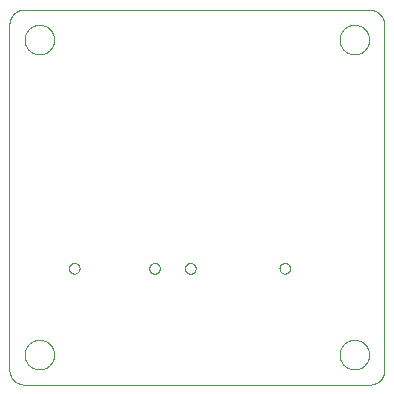
<source format=gko>
G75*
%MOIN*%
%OFA0B0*%
%FSLAX25Y25*%
%IPPOS*%
%LPD*%
%AMOC8*
5,1,8,0,0,1.08239X$1,22.5*
%
%ADD10C,0.00000*%
D10*
X0016500Y0038333D02*
X0131500Y0038333D01*
X0131500Y0038334D02*
X0131638Y0038331D01*
X0131777Y0038332D01*
X0131915Y0038338D01*
X0132053Y0038347D01*
X0132191Y0038361D01*
X0132328Y0038378D01*
X0132465Y0038399D01*
X0132601Y0038424D01*
X0132736Y0038453D01*
X0132871Y0038486D01*
X0133004Y0038522D01*
X0133136Y0038563D01*
X0133268Y0038607D01*
X0133398Y0038655D01*
X0133526Y0038706D01*
X0133653Y0038762D01*
X0133778Y0038820D01*
X0133902Y0038883D01*
X0134023Y0038949D01*
X0134143Y0039018D01*
X0134261Y0039091D01*
X0134377Y0039167D01*
X0134490Y0039246D01*
X0134601Y0039329D01*
X0134710Y0039414D01*
X0134816Y0039503D01*
X0134920Y0039595D01*
X0135021Y0039689D01*
X0135119Y0039787D01*
X0135214Y0039887D01*
X0135307Y0039990D01*
X0135396Y0040096D01*
X0135483Y0040204D01*
X0135566Y0040314D01*
X0135646Y0040427D01*
X0135723Y0040542D01*
X0135797Y0040659D01*
X0135867Y0040779D01*
X0135934Y0040900D01*
X0135997Y0041023D01*
X0136057Y0041148D01*
X0136113Y0041274D01*
X0136165Y0041402D01*
X0136214Y0041532D01*
X0136259Y0041663D01*
X0136301Y0041795D01*
X0136338Y0041928D01*
X0136372Y0042062D01*
X0136402Y0042197D01*
X0136428Y0042333D01*
X0136450Y0042470D01*
X0136468Y0042607D01*
X0136483Y0042745D01*
X0136493Y0042883D01*
X0136499Y0043021D01*
X0136500Y0043021D02*
X0136500Y0158021D01*
X0136501Y0158021D02*
X0136503Y0158163D01*
X0136501Y0158305D01*
X0136496Y0158447D01*
X0136487Y0158589D01*
X0136473Y0158731D01*
X0136456Y0158872D01*
X0136435Y0159012D01*
X0136410Y0159152D01*
X0136381Y0159291D01*
X0136349Y0159430D01*
X0136312Y0159567D01*
X0136272Y0159704D01*
X0136228Y0159839D01*
X0136180Y0159973D01*
X0136129Y0160105D01*
X0136074Y0160236D01*
X0136016Y0160366D01*
X0135953Y0160494D01*
X0135888Y0160620D01*
X0135819Y0160744D01*
X0135746Y0160867D01*
X0135671Y0160987D01*
X0135592Y0161105D01*
X0135509Y0161221D01*
X0135424Y0161335D01*
X0135335Y0161446D01*
X0135244Y0161555D01*
X0135149Y0161661D01*
X0135052Y0161764D01*
X0134951Y0161865D01*
X0134848Y0161963D01*
X0134743Y0162058D01*
X0134635Y0162150D01*
X0134524Y0162239D01*
X0134411Y0162326D01*
X0134295Y0162408D01*
X0134178Y0162488D01*
X0134058Y0162565D01*
X0133936Y0162638D01*
X0133812Y0162707D01*
X0133686Y0162774D01*
X0133558Y0162837D01*
X0133429Y0162896D01*
X0133298Y0162951D01*
X0133166Y0163003D01*
X0133032Y0163052D01*
X0132898Y0163097D01*
X0132761Y0163137D01*
X0132624Y0163175D01*
X0132486Y0163208D01*
X0132347Y0163238D01*
X0132207Y0163263D01*
X0132067Y0163285D01*
X0131926Y0163303D01*
X0131784Y0163317D01*
X0131642Y0163327D01*
X0131500Y0163334D01*
X0131500Y0163333D02*
X0016500Y0163333D01*
X0016360Y0163331D01*
X0016220Y0163325D01*
X0016080Y0163315D01*
X0015940Y0163302D01*
X0015801Y0163284D01*
X0015662Y0163262D01*
X0015525Y0163237D01*
X0015387Y0163208D01*
X0015251Y0163175D01*
X0015116Y0163138D01*
X0014982Y0163097D01*
X0014849Y0163052D01*
X0014717Y0163004D01*
X0014587Y0162952D01*
X0014458Y0162897D01*
X0014331Y0162838D01*
X0014205Y0162775D01*
X0014081Y0162709D01*
X0013960Y0162640D01*
X0013840Y0162567D01*
X0013722Y0162490D01*
X0013607Y0162411D01*
X0013493Y0162328D01*
X0013383Y0162242D01*
X0013274Y0162153D01*
X0013168Y0162061D01*
X0013065Y0161966D01*
X0012964Y0161869D01*
X0012867Y0161768D01*
X0012772Y0161665D01*
X0012680Y0161559D01*
X0012591Y0161450D01*
X0012505Y0161340D01*
X0012422Y0161226D01*
X0012343Y0161111D01*
X0012266Y0160993D01*
X0012193Y0160873D01*
X0012124Y0160752D01*
X0012058Y0160628D01*
X0011995Y0160502D01*
X0011936Y0160375D01*
X0011881Y0160246D01*
X0011829Y0160116D01*
X0011781Y0159984D01*
X0011736Y0159851D01*
X0011695Y0159717D01*
X0011658Y0159582D01*
X0011625Y0159446D01*
X0011596Y0159308D01*
X0011571Y0159171D01*
X0011549Y0159032D01*
X0011531Y0158893D01*
X0011518Y0158753D01*
X0011508Y0158613D01*
X0011502Y0158473D01*
X0011500Y0158333D01*
X0011500Y0043333D01*
X0011502Y0043193D01*
X0011508Y0043053D01*
X0011518Y0042913D01*
X0011531Y0042773D01*
X0011549Y0042634D01*
X0011571Y0042495D01*
X0011596Y0042358D01*
X0011625Y0042220D01*
X0011658Y0042084D01*
X0011695Y0041949D01*
X0011736Y0041815D01*
X0011781Y0041682D01*
X0011829Y0041550D01*
X0011881Y0041420D01*
X0011936Y0041291D01*
X0011995Y0041164D01*
X0012058Y0041038D01*
X0012124Y0040914D01*
X0012193Y0040793D01*
X0012266Y0040673D01*
X0012343Y0040555D01*
X0012422Y0040440D01*
X0012505Y0040326D01*
X0012591Y0040216D01*
X0012680Y0040107D01*
X0012772Y0040001D01*
X0012867Y0039898D01*
X0012964Y0039797D01*
X0013065Y0039700D01*
X0013168Y0039605D01*
X0013274Y0039513D01*
X0013383Y0039424D01*
X0013493Y0039338D01*
X0013607Y0039255D01*
X0013722Y0039176D01*
X0013840Y0039099D01*
X0013960Y0039026D01*
X0014081Y0038957D01*
X0014205Y0038891D01*
X0014331Y0038828D01*
X0014458Y0038769D01*
X0014587Y0038714D01*
X0014717Y0038662D01*
X0014849Y0038614D01*
X0014982Y0038569D01*
X0015116Y0038528D01*
X0015251Y0038491D01*
X0015387Y0038458D01*
X0015525Y0038429D01*
X0015662Y0038404D01*
X0015801Y0038382D01*
X0015940Y0038364D01*
X0016080Y0038351D01*
X0016220Y0038341D01*
X0016360Y0038335D01*
X0016500Y0038333D01*
X0016579Y0048333D02*
X0016581Y0048473D01*
X0016587Y0048613D01*
X0016597Y0048752D01*
X0016611Y0048891D01*
X0016629Y0049030D01*
X0016650Y0049168D01*
X0016676Y0049306D01*
X0016706Y0049443D01*
X0016739Y0049578D01*
X0016777Y0049713D01*
X0016818Y0049847D01*
X0016863Y0049980D01*
X0016911Y0050111D01*
X0016964Y0050240D01*
X0017020Y0050369D01*
X0017079Y0050495D01*
X0017143Y0050620D01*
X0017209Y0050743D01*
X0017280Y0050864D01*
X0017353Y0050983D01*
X0017430Y0051100D01*
X0017511Y0051214D01*
X0017594Y0051326D01*
X0017681Y0051436D01*
X0017771Y0051544D01*
X0017863Y0051648D01*
X0017959Y0051750D01*
X0018058Y0051850D01*
X0018159Y0051946D01*
X0018263Y0052040D01*
X0018370Y0052130D01*
X0018479Y0052217D01*
X0018591Y0052302D01*
X0018705Y0052383D01*
X0018821Y0052461D01*
X0018939Y0052535D01*
X0019060Y0052606D01*
X0019182Y0052674D01*
X0019307Y0052738D01*
X0019433Y0052799D01*
X0019560Y0052856D01*
X0019690Y0052909D01*
X0019821Y0052959D01*
X0019953Y0053004D01*
X0020086Y0053047D01*
X0020221Y0053085D01*
X0020356Y0053119D01*
X0020493Y0053150D01*
X0020630Y0053177D01*
X0020768Y0053199D01*
X0020907Y0053218D01*
X0021046Y0053233D01*
X0021185Y0053244D01*
X0021325Y0053251D01*
X0021465Y0053254D01*
X0021605Y0053253D01*
X0021745Y0053248D01*
X0021884Y0053239D01*
X0022024Y0053226D01*
X0022163Y0053209D01*
X0022301Y0053188D01*
X0022439Y0053164D01*
X0022576Y0053135D01*
X0022712Y0053103D01*
X0022847Y0053066D01*
X0022981Y0053026D01*
X0023114Y0052982D01*
X0023245Y0052934D01*
X0023375Y0052883D01*
X0023504Y0052828D01*
X0023631Y0052769D01*
X0023756Y0052706D01*
X0023879Y0052641D01*
X0024001Y0052571D01*
X0024120Y0052498D01*
X0024238Y0052422D01*
X0024353Y0052343D01*
X0024466Y0052260D01*
X0024576Y0052174D01*
X0024684Y0052085D01*
X0024789Y0051993D01*
X0024892Y0051898D01*
X0024992Y0051800D01*
X0025089Y0051700D01*
X0025183Y0051596D01*
X0025275Y0051490D01*
X0025363Y0051382D01*
X0025448Y0051271D01*
X0025530Y0051157D01*
X0025609Y0051041D01*
X0025684Y0050924D01*
X0025756Y0050804D01*
X0025824Y0050682D01*
X0025889Y0050558D01*
X0025951Y0050432D01*
X0026009Y0050305D01*
X0026063Y0050176D01*
X0026114Y0050045D01*
X0026160Y0049913D01*
X0026203Y0049780D01*
X0026243Y0049646D01*
X0026278Y0049511D01*
X0026310Y0049374D01*
X0026337Y0049237D01*
X0026361Y0049099D01*
X0026381Y0048961D01*
X0026397Y0048822D01*
X0026409Y0048682D01*
X0026417Y0048543D01*
X0026421Y0048403D01*
X0026421Y0048263D01*
X0026417Y0048123D01*
X0026409Y0047984D01*
X0026397Y0047844D01*
X0026381Y0047705D01*
X0026361Y0047567D01*
X0026337Y0047429D01*
X0026310Y0047292D01*
X0026278Y0047155D01*
X0026243Y0047020D01*
X0026203Y0046886D01*
X0026160Y0046753D01*
X0026114Y0046621D01*
X0026063Y0046490D01*
X0026009Y0046361D01*
X0025951Y0046234D01*
X0025889Y0046108D01*
X0025824Y0045984D01*
X0025756Y0045862D01*
X0025684Y0045742D01*
X0025609Y0045625D01*
X0025530Y0045509D01*
X0025448Y0045395D01*
X0025363Y0045284D01*
X0025275Y0045176D01*
X0025183Y0045070D01*
X0025089Y0044966D01*
X0024992Y0044866D01*
X0024892Y0044768D01*
X0024789Y0044673D01*
X0024684Y0044581D01*
X0024576Y0044492D01*
X0024466Y0044406D01*
X0024353Y0044323D01*
X0024238Y0044244D01*
X0024120Y0044168D01*
X0024001Y0044095D01*
X0023879Y0044025D01*
X0023756Y0043960D01*
X0023631Y0043897D01*
X0023504Y0043838D01*
X0023375Y0043783D01*
X0023245Y0043732D01*
X0023114Y0043684D01*
X0022981Y0043640D01*
X0022847Y0043600D01*
X0022712Y0043563D01*
X0022576Y0043531D01*
X0022439Y0043502D01*
X0022301Y0043478D01*
X0022163Y0043457D01*
X0022024Y0043440D01*
X0021884Y0043427D01*
X0021745Y0043418D01*
X0021605Y0043413D01*
X0021465Y0043412D01*
X0021325Y0043415D01*
X0021185Y0043422D01*
X0021046Y0043433D01*
X0020907Y0043448D01*
X0020768Y0043467D01*
X0020630Y0043489D01*
X0020493Y0043516D01*
X0020356Y0043547D01*
X0020221Y0043581D01*
X0020086Y0043619D01*
X0019953Y0043662D01*
X0019821Y0043707D01*
X0019690Y0043757D01*
X0019560Y0043810D01*
X0019433Y0043867D01*
X0019307Y0043928D01*
X0019182Y0043992D01*
X0019060Y0044060D01*
X0018939Y0044131D01*
X0018821Y0044205D01*
X0018705Y0044283D01*
X0018591Y0044364D01*
X0018479Y0044449D01*
X0018370Y0044536D01*
X0018263Y0044626D01*
X0018159Y0044720D01*
X0018058Y0044816D01*
X0017959Y0044916D01*
X0017863Y0045018D01*
X0017771Y0045122D01*
X0017681Y0045230D01*
X0017594Y0045340D01*
X0017511Y0045452D01*
X0017430Y0045566D01*
X0017353Y0045683D01*
X0017280Y0045802D01*
X0017209Y0045923D01*
X0017143Y0046046D01*
X0017079Y0046171D01*
X0017020Y0046297D01*
X0016964Y0046426D01*
X0016911Y0046555D01*
X0016863Y0046686D01*
X0016818Y0046819D01*
X0016777Y0046953D01*
X0016739Y0047088D01*
X0016706Y0047223D01*
X0016676Y0047360D01*
X0016650Y0047498D01*
X0016629Y0047636D01*
X0016611Y0047775D01*
X0016597Y0047914D01*
X0016587Y0048053D01*
X0016581Y0048193D01*
X0016579Y0048333D01*
X0031342Y0077083D02*
X0031344Y0077167D01*
X0031350Y0077250D01*
X0031360Y0077333D01*
X0031374Y0077416D01*
X0031391Y0077498D01*
X0031413Y0077579D01*
X0031438Y0077658D01*
X0031467Y0077737D01*
X0031500Y0077814D01*
X0031536Y0077889D01*
X0031576Y0077963D01*
X0031619Y0078035D01*
X0031666Y0078104D01*
X0031716Y0078171D01*
X0031769Y0078236D01*
X0031825Y0078298D01*
X0031883Y0078358D01*
X0031945Y0078415D01*
X0032009Y0078468D01*
X0032076Y0078519D01*
X0032145Y0078566D01*
X0032216Y0078611D01*
X0032289Y0078651D01*
X0032364Y0078688D01*
X0032441Y0078722D01*
X0032519Y0078752D01*
X0032598Y0078778D01*
X0032679Y0078801D01*
X0032761Y0078819D01*
X0032843Y0078834D01*
X0032926Y0078845D01*
X0033009Y0078852D01*
X0033093Y0078855D01*
X0033177Y0078854D01*
X0033260Y0078849D01*
X0033344Y0078840D01*
X0033426Y0078827D01*
X0033508Y0078811D01*
X0033589Y0078790D01*
X0033670Y0078766D01*
X0033748Y0078738D01*
X0033826Y0078706D01*
X0033902Y0078670D01*
X0033976Y0078631D01*
X0034048Y0078589D01*
X0034118Y0078543D01*
X0034186Y0078494D01*
X0034251Y0078442D01*
X0034314Y0078387D01*
X0034374Y0078329D01*
X0034432Y0078268D01*
X0034486Y0078204D01*
X0034538Y0078138D01*
X0034586Y0078070D01*
X0034631Y0077999D01*
X0034672Y0077926D01*
X0034711Y0077852D01*
X0034745Y0077776D01*
X0034776Y0077698D01*
X0034803Y0077619D01*
X0034827Y0077538D01*
X0034846Y0077457D01*
X0034862Y0077375D01*
X0034874Y0077292D01*
X0034882Y0077208D01*
X0034886Y0077125D01*
X0034886Y0077041D01*
X0034882Y0076958D01*
X0034874Y0076874D01*
X0034862Y0076791D01*
X0034846Y0076709D01*
X0034827Y0076628D01*
X0034803Y0076547D01*
X0034776Y0076468D01*
X0034745Y0076390D01*
X0034711Y0076314D01*
X0034672Y0076240D01*
X0034631Y0076167D01*
X0034586Y0076096D01*
X0034538Y0076028D01*
X0034486Y0075962D01*
X0034432Y0075898D01*
X0034374Y0075837D01*
X0034314Y0075779D01*
X0034251Y0075724D01*
X0034186Y0075672D01*
X0034118Y0075623D01*
X0034048Y0075577D01*
X0033976Y0075535D01*
X0033902Y0075496D01*
X0033826Y0075460D01*
X0033748Y0075428D01*
X0033670Y0075400D01*
X0033589Y0075376D01*
X0033508Y0075355D01*
X0033426Y0075339D01*
X0033344Y0075326D01*
X0033260Y0075317D01*
X0033177Y0075312D01*
X0033093Y0075311D01*
X0033009Y0075314D01*
X0032926Y0075321D01*
X0032843Y0075332D01*
X0032761Y0075347D01*
X0032679Y0075365D01*
X0032598Y0075388D01*
X0032519Y0075414D01*
X0032441Y0075444D01*
X0032364Y0075478D01*
X0032289Y0075515D01*
X0032216Y0075555D01*
X0032145Y0075600D01*
X0032076Y0075647D01*
X0032009Y0075698D01*
X0031945Y0075751D01*
X0031883Y0075808D01*
X0031825Y0075868D01*
X0031769Y0075930D01*
X0031716Y0075995D01*
X0031666Y0076062D01*
X0031619Y0076131D01*
X0031576Y0076203D01*
X0031536Y0076277D01*
X0031500Y0076352D01*
X0031467Y0076429D01*
X0031438Y0076508D01*
X0031413Y0076587D01*
X0031391Y0076668D01*
X0031374Y0076750D01*
X0031360Y0076833D01*
X0031350Y0076916D01*
X0031344Y0076999D01*
X0031342Y0077083D01*
X0058114Y0077083D02*
X0058116Y0077167D01*
X0058122Y0077250D01*
X0058132Y0077333D01*
X0058146Y0077416D01*
X0058163Y0077498D01*
X0058185Y0077579D01*
X0058210Y0077658D01*
X0058239Y0077737D01*
X0058272Y0077814D01*
X0058308Y0077889D01*
X0058348Y0077963D01*
X0058391Y0078035D01*
X0058438Y0078104D01*
X0058488Y0078171D01*
X0058541Y0078236D01*
X0058597Y0078298D01*
X0058655Y0078358D01*
X0058717Y0078415D01*
X0058781Y0078468D01*
X0058848Y0078519D01*
X0058917Y0078566D01*
X0058988Y0078611D01*
X0059061Y0078651D01*
X0059136Y0078688D01*
X0059213Y0078722D01*
X0059291Y0078752D01*
X0059370Y0078778D01*
X0059451Y0078801D01*
X0059533Y0078819D01*
X0059615Y0078834D01*
X0059698Y0078845D01*
X0059781Y0078852D01*
X0059865Y0078855D01*
X0059949Y0078854D01*
X0060032Y0078849D01*
X0060116Y0078840D01*
X0060198Y0078827D01*
X0060280Y0078811D01*
X0060361Y0078790D01*
X0060442Y0078766D01*
X0060520Y0078738D01*
X0060598Y0078706D01*
X0060674Y0078670D01*
X0060748Y0078631D01*
X0060820Y0078589D01*
X0060890Y0078543D01*
X0060958Y0078494D01*
X0061023Y0078442D01*
X0061086Y0078387D01*
X0061146Y0078329D01*
X0061204Y0078268D01*
X0061258Y0078204D01*
X0061310Y0078138D01*
X0061358Y0078070D01*
X0061403Y0077999D01*
X0061444Y0077926D01*
X0061483Y0077852D01*
X0061517Y0077776D01*
X0061548Y0077698D01*
X0061575Y0077619D01*
X0061599Y0077538D01*
X0061618Y0077457D01*
X0061634Y0077375D01*
X0061646Y0077292D01*
X0061654Y0077208D01*
X0061658Y0077125D01*
X0061658Y0077041D01*
X0061654Y0076958D01*
X0061646Y0076874D01*
X0061634Y0076791D01*
X0061618Y0076709D01*
X0061599Y0076628D01*
X0061575Y0076547D01*
X0061548Y0076468D01*
X0061517Y0076390D01*
X0061483Y0076314D01*
X0061444Y0076240D01*
X0061403Y0076167D01*
X0061358Y0076096D01*
X0061310Y0076028D01*
X0061258Y0075962D01*
X0061204Y0075898D01*
X0061146Y0075837D01*
X0061086Y0075779D01*
X0061023Y0075724D01*
X0060958Y0075672D01*
X0060890Y0075623D01*
X0060820Y0075577D01*
X0060748Y0075535D01*
X0060674Y0075496D01*
X0060598Y0075460D01*
X0060520Y0075428D01*
X0060442Y0075400D01*
X0060361Y0075376D01*
X0060280Y0075355D01*
X0060198Y0075339D01*
X0060116Y0075326D01*
X0060032Y0075317D01*
X0059949Y0075312D01*
X0059865Y0075311D01*
X0059781Y0075314D01*
X0059698Y0075321D01*
X0059615Y0075332D01*
X0059533Y0075347D01*
X0059451Y0075365D01*
X0059370Y0075388D01*
X0059291Y0075414D01*
X0059213Y0075444D01*
X0059136Y0075478D01*
X0059061Y0075515D01*
X0058988Y0075555D01*
X0058917Y0075600D01*
X0058848Y0075647D01*
X0058781Y0075698D01*
X0058717Y0075751D01*
X0058655Y0075808D01*
X0058597Y0075868D01*
X0058541Y0075930D01*
X0058488Y0075995D01*
X0058438Y0076062D01*
X0058391Y0076131D01*
X0058348Y0076203D01*
X0058308Y0076277D01*
X0058272Y0076352D01*
X0058239Y0076429D01*
X0058210Y0076508D01*
X0058185Y0076587D01*
X0058163Y0076668D01*
X0058146Y0076750D01*
X0058132Y0076833D01*
X0058122Y0076916D01*
X0058116Y0076999D01*
X0058114Y0077083D01*
X0070043Y0077083D02*
X0070045Y0077167D01*
X0070051Y0077250D01*
X0070061Y0077333D01*
X0070075Y0077416D01*
X0070092Y0077498D01*
X0070114Y0077579D01*
X0070139Y0077658D01*
X0070168Y0077737D01*
X0070201Y0077814D01*
X0070237Y0077889D01*
X0070277Y0077963D01*
X0070320Y0078035D01*
X0070367Y0078104D01*
X0070417Y0078171D01*
X0070470Y0078236D01*
X0070526Y0078298D01*
X0070584Y0078358D01*
X0070646Y0078415D01*
X0070710Y0078468D01*
X0070777Y0078519D01*
X0070846Y0078566D01*
X0070917Y0078611D01*
X0070990Y0078651D01*
X0071065Y0078688D01*
X0071142Y0078722D01*
X0071220Y0078752D01*
X0071299Y0078778D01*
X0071380Y0078801D01*
X0071462Y0078819D01*
X0071544Y0078834D01*
X0071627Y0078845D01*
X0071710Y0078852D01*
X0071794Y0078855D01*
X0071878Y0078854D01*
X0071961Y0078849D01*
X0072045Y0078840D01*
X0072127Y0078827D01*
X0072209Y0078811D01*
X0072290Y0078790D01*
X0072371Y0078766D01*
X0072449Y0078738D01*
X0072527Y0078706D01*
X0072603Y0078670D01*
X0072677Y0078631D01*
X0072749Y0078589D01*
X0072819Y0078543D01*
X0072887Y0078494D01*
X0072952Y0078442D01*
X0073015Y0078387D01*
X0073075Y0078329D01*
X0073133Y0078268D01*
X0073187Y0078204D01*
X0073239Y0078138D01*
X0073287Y0078070D01*
X0073332Y0077999D01*
X0073373Y0077926D01*
X0073412Y0077852D01*
X0073446Y0077776D01*
X0073477Y0077698D01*
X0073504Y0077619D01*
X0073528Y0077538D01*
X0073547Y0077457D01*
X0073563Y0077375D01*
X0073575Y0077292D01*
X0073583Y0077208D01*
X0073587Y0077125D01*
X0073587Y0077041D01*
X0073583Y0076958D01*
X0073575Y0076874D01*
X0073563Y0076791D01*
X0073547Y0076709D01*
X0073528Y0076628D01*
X0073504Y0076547D01*
X0073477Y0076468D01*
X0073446Y0076390D01*
X0073412Y0076314D01*
X0073373Y0076240D01*
X0073332Y0076167D01*
X0073287Y0076096D01*
X0073239Y0076028D01*
X0073187Y0075962D01*
X0073133Y0075898D01*
X0073075Y0075837D01*
X0073015Y0075779D01*
X0072952Y0075724D01*
X0072887Y0075672D01*
X0072819Y0075623D01*
X0072749Y0075577D01*
X0072677Y0075535D01*
X0072603Y0075496D01*
X0072527Y0075460D01*
X0072449Y0075428D01*
X0072371Y0075400D01*
X0072290Y0075376D01*
X0072209Y0075355D01*
X0072127Y0075339D01*
X0072045Y0075326D01*
X0071961Y0075317D01*
X0071878Y0075312D01*
X0071794Y0075311D01*
X0071710Y0075314D01*
X0071627Y0075321D01*
X0071544Y0075332D01*
X0071462Y0075347D01*
X0071380Y0075365D01*
X0071299Y0075388D01*
X0071220Y0075414D01*
X0071142Y0075444D01*
X0071065Y0075478D01*
X0070990Y0075515D01*
X0070917Y0075555D01*
X0070846Y0075600D01*
X0070777Y0075647D01*
X0070710Y0075698D01*
X0070646Y0075751D01*
X0070584Y0075808D01*
X0070526Y0075868D01*
X0070470Y0075930D01*
X0070417Y0075995D01*
X0070367Y0076062D01*
X0070320Y0076131D01*
X0070277Y0076203D01*
X0070237Y0076277D01*
X0070201Y0076352D01*
X0070168Y0076429D01*
X0070139Y0076508D01*
X0070114Y0076587D01*
X0070092Y0076668D01*
X0070075Y0076750D01*
X0070061Y0076833D01*
X0070051Y0076916D01*
X0070045Y0076999D01*
X0070043Y0077083D01*
X0101539Y0077083D02*
X0101541Y0077167D01*
X0101547Y0077250D01*
X0101557Y0077333D01*
X0101571Y0077416D01*
X0101588Y0077498D01*
X0101610Y0077579D01*
X0101635Y0077658D01*
X0101664Y0077737D01*
X0101697Y0077814D01*
X0101733Y0077889D01*
X0101773Y0077963D01*
X0101816Y0078035D01*
X0101863Y0078104D01*
X0101913Y0078171D01*
X0101966Y0078236D01*
X0102022Y0078298D01*
X0102080Y0078358D01*
X0102142Y0078415D01*
X0102206Y0078468D01*
X0102273Y0078519D01*
X0102342Y0078566D01*
X0102413Y0078611D01*
X0102486Y0078651D01*
X0102561Y0078688D01*
X0102638Y0078722D01*
X0102716Y0078752D01*
X0102795Y0078778D01*
X0102876Y0078801D01*
X0102958Y0078819D01*
X0103040Y0078834D01*
X0103123Y0078845D01*
X0103206Y0078852D01*
X0103290Y0078855D01*
X0103374Y0078854D01*
X0103457Y0078849D01*
X0103541Y0078840D01*
X0103623Y0078827D01*
X0103705Y0078811D01*
X0103786Y0078790D01*
X0103867Y0078766D01*
X0103945Y0078738D01*
X0104023Y0078706D01*
X0104099Y0078670D01*
X0104173Y0078631D01*
X0104245Y0078589D01*
X0104315Y0078543D01*
X0104383Y0078494D01*
X0104448Y0078442D01*
X0104511Y0078387D01*
X0104571Y0078329D01*
X0104629Y0078268D01*
X0104683Y0078204D01*
X0104735Y0078138D01*
X0104783Y0078070D01*
X0104828Y0077999D01*
X0104869Y0077926D01*
X0104908Y0077852D01*
X0104942Y0077776D01*
X0104973Y0077698D01*
X0105000Y0077619D01*
X0105024Y0077538D01*
X0105043Y0077457D01*
X0105059Y0077375D01*
X0105071Y0077292D01*
X0105079Y0077208D01*
X0105083Y0077125D01*
X0105083Y0077041D01*
X0105079Y0076958D01*
X0105071Y0076874D01*
X0105059Y0076791D01*
X0105043Y0076709D01*
X0105024Y0076628D01*
X0105000Y0076547D01*
X0104973Y0076468D01*
X0104942Y0076390D01*
X0104908Y0076314D01*
X0104869Y0076240D01*
X0104828Y0076167D01*
X0104783Y0076096D01*
X0104735Y0076028D01*
X0104683Y0075962D01*
X0104629Y0075898D01*
X0104571Y0075837D01*
X0104511Y0075779D01*
X0104448Y0075724D01*
X0104383Y0075672D01*
X0104315Y0075623D01*
X0104245Y0075577D01*
X0104173Y0075535D01*
X0104099Y0075496D01*
X0104023Y0075460D01*
X0103945Y0075428D01*
X0103867Y0075400D01*
X0103786Y0075376D01*
X0103705Y0075355D01*
X0103623Y0075339D01*
X0103541Y0075326D01*
X0103457Y0075317D01*
X0103374Y0075312D01*
X0103290Y0075311D01*
X0103206Y0075314D01*
X0103123Y0075321D01*
X0103040Y0075332D01*
X0102958Y0075347D01*
X0102876Y0075365D01*
X0102795Y0075388D01*
X0102716Y0075414D01*
X0102638Y0075444D01*
X0102561Y0075478D01*
X0102486Y0075515D01*
X0102413Y0075555D01*
X0102342Y0075600D01*
X0102273Y0075647D01*
X0102206Y0075698D01*
X0102142Y0075751D01*
X0102080Y0075808D01*
X0102022Y0075868D01*
X0101966Y0075930D01*
X0101913Y0075995D01*
X0101863Y0076062D01*
X0101816Y0076131D01*
X0101773Y0076203D01*
X0101733Y0076277D01*
X0101697Y0076352D01*
X0101664Y0076429D01*
X0101635Y0076508D01*
X0101610Y0076587D01*
X0101588Y0076668D01*
X0101571Y0076750D01*
X0101557Y0076833D01*
X0101547Y0076916D01*
X0101541Y0076999D01*
X0101539Y0077083D01*
X0121579Y0048333D02*
X0121581Y0048473D01*
X0121587Y0048613D01*
X0121597Y0048752D01*
X0121611Y0048891D01*
X0121629Y0049030D01*
X0121650Y0049168D01*
X0121676Y0049306D01*
X0121706Y0049443D01*
X0121739Y0049578D01*
X0121777Y0049713D01*
X0121818Y0049847D01*
X0121863Y0049980D01*
X0121911Y0050111D01*
X0121964Y0050240D01*
X0122020Y0050369D01*
X0122079Y0050495D01*
X0122143Y0050620D01*
X0122209Y0050743D01*
X0122280Y0050864D01*
X0122353Y0050983D01*
X0122430Y0051100D01*
X0122511Y0051214D01*
X0122594Y0051326D01*
X0122681Y0051436D01*
X0122771Y0051544D01*
X0122863Y0051648D01*
X0122959Y0051750D01*
X0123058Y0051850D01*
X0123159Y0051946D01*
X0123263Y0052040D01*
X0123370Y0052130D01*
X0123479Y0052217D01*
X0123591Y0052302D01*
X0123705Y0052383D01*
X0123821Y0052461D01*
X0123939Y0052535D01*
X0124060Y0052606D01*
X0124182Y0052674D01*
X0124307Y0052738D01*
X0124433Y0052799D01*
X0124560Y0052856D01*
X0124690Y0052909D01*
X0124821Y0052959D01*
X0124953Y0053004D01*
X0125086Y0053047D01*
X0125221Y0053085D01*
X0125356Y0053119D01*
X0125493Y0053150D01*
X0125630Y0053177D01*
X0125768Y0053199D01*
X0125907Y0053218D01*
X0126046Y0053233D01*
X0126185Y0053244D01*
X0126325Y0053251D01*
X0126465Y0053254D01*
X0126605Y0053253D01*
X0126745Y0053248D01*
X0126884Y0053239D01*
X0127024Y0053226D01*
X0127163Y0053209D01*
X0127301Y0053188D01*
X0127439Y0053164D01*
X0127576Y0053135D01*
X0127712Y0053103D01*
X0127847Y0053066D01*
X0127981Y0053026D01*
X0128114Y0052982D01*
X0128245Y0052934D01*
X0128375Y0052883D01*
X0128504Y0052828D01*
X0128631Y0052769D01*
X0128756Y0052706D01*
X0128879Y0052641D01*
X0129001Y0052571D01*
X0129120Y0052498D01*
X0129238Y0052422D01*
X0129353Y0052343D01*
X0129466Y0052260D01*
X0129576Y0052174D01*
X0129684Y0052085D01*
X0129789Y0051993D01*
X0129892Y0051898D01*
X0129992Y0051800D01*
X0130089Y0051700D01*
X0130183Y0051596D01*
X0130275Y0051490D01*
X0130363Y0051382D01*
X0130448Y0051271D01*
X0130530Y0051157D01*
X0130609Y0051041D01*
X0130684Y0050924D01*
X0130756Y0050804D01*
X0130824Y0050682D01*
X0130889Y0050558D01*
X0130951Y0050432D01*
X0131009Y0050305D01*
X0131063Y0050176D01*
X0131114Y0050045D01*
X0131160Y0049913D01*
X0131203Y0049780D01*
X0131243Y0049646D01*
X0131278Y0049511D01*
X0131310Y0049374D01*
X0131337Y0049237D01*
X0131361Y0049099D01*
X0131381Y0048961D01*
X0131397Y0048822D01*
X0131409Y0048682D01*
X0131417Y0048543D01*
X0131421Y0048403D01*
X0131421Y0048263D01*
X0131417Y0048123D01*
X0131409Y0047984D01*
X0131397Y0047844D01*
X0131381Y0047705D01*
X0131361Y0047567D01*
X0131337Y0047429D01*
X0131310Y0047292D01*
X0131278Y0047155D01*
X0131243Y0047020D01*
X0131203Y0046886D01*
X0131160Y0046753D01*
X0131114Y0046621D01*
X0131063Y0046490D01*
X0131009Y0046361D01*
X0130951Y0046234D01*
X0130889Y0046108D01*
X0130824Y0045984D01*
X0130756Y0045862D01*
X0130684Y0045742D01*
X0130609Y0045625D01*
X0130530Y0045509D01*
X0130448Y0045395D01*
X0130363Y0045284D01*
X0130275Y0045176D01*
X0130183Y0045070D01*
X0130089Y0044966D01*
X0129992Y0044866D01*
X0129892Y0044768D01*
X0129789Y0044673D01*
X0129684Y0044581D01*
X0129576Y0044492D01*
X0129466Y0044406D01*
X0129353Y0044323D01*
X0129238Y0044244D01*
X0129120Y0044168D01*
X0129001Y0044095D01*
X0128879Y0044025D01*
X0128756Y0043960D01*
X0128631Y0043897D01*
X0128504Y0043838D01*
X0128375Y0043783D01*
X0128245Y0043732D01*
X0128114Y0043684D01*
X0127981Y0043640D01*
X0127847Y0043600D01*
X0127712Y0043563D01*
X0127576Y0043531D01*
X0127439Y0043502D01*
X0127301Y0043478D01*
X0127163Y0043457D01*
X0127024Y0043440D01*
X0126884Y0043427D01*
X0126745Y0043418D01*
X0126605Y0043413D01*
X0126465Y0043412D01*
X0126325Y0043415D01*
X0126185Y0043422D01*
X0126046Y0043433D01*
X0125907Y0043448D01*
X0125768Y0043467D01*
X0125630Y0043489D01*
X0125493Y0043516D01*
X0125356Y0043547D01*
X0125221Y0043581D01*
X0125086Y0043619D01*
X0124953Y0043662D01*
X0124821Y0043707D01*
X0124690Y0043757D01*
X0124560Y0043810D01*
X0124433Y0043867D01*
X0124307Y0043928D01*
X0124182Y0043992D01*
X0124060Y0044060D01*
X0123939Y0044131D01*
X0123821Y0044205D01*
X0123705Y0044283D01*
X0123591Y0044364D01*
X0123479Y0044449D01*
X0123370Y0044536D01*
X0123263Y0044626D01*
X0123159Y0044720D01*
X0123058Y0044816D01*
X0122959Y0044916D01*
X0122863Y0045018D01*
X0122771Y0045122D01*
X0122681Y0045230D01*
X0122594Y0045340D01*
X0122511Y0045452D01*
X0122430Y0045566D01*
X0122353Y0045683D01*
X0122280Y0045802D01*
X0122209Y0045923D01*
X0122143Y0046046D01*
X0122079Y0046171D01*
X0122020Y0046297D01*
X0121964Y0046426D01*
X0121911Y0046555D01*
X0121863Y0046686D01*
X0121818Y0046819D01*
X0121777Y0046953D01*
X0121739Y0047088D01*
X0121706Y0047223D01*
X0121676Y0047360D01*
X0121650Y0047498D01*
X0121629Y0047636D01*
X0121611Y0047775D01*
X0121597Y0047914D01*
X0121587Y0048053D01*
X0121581Y0048193D01*
X0121579Y0048333D01*
X0121579Y0153333D02*
X0121581Y0153473D01*
X0121587Y0153613D01*
X0121597Y0153752D01*
X0121611Y0153891D01*
X0121629Y0154030D01*
X0121650Y0154168D01*
X0121676Y0154306D01*
X0121706Y0154443D01*
X0121739Y0154578D01*
X0121777Y0154713D01*
X0121818Y0154847D01*
X0121863Y0154980D01*
X0121911Y0155111D01*
X0121964Y0155240D01*
X0122020Y0155369D01*
X0122079Y0155495D01*
X0122143Y0155620D01*
X0122209Y0155743D01*
X0122280Y0155864D01*
X0122353Y0155983D01*
X0122430Y0156100D01*
X0122511Y0156214D01*
X0122594Y0156326D01*
X0122681Y0156436D01*
X0122771Y0156544D01*
X0122863Y0156648D01*
X0122959Y0156750D01*
X0123058Y0156850D01*
X0123159Y0156946D01*
X0123263Y0157040D01*
X0123370Y0157130D01*
X0123479Y0157217D01*
X0123591Y0157302D01*
X0123705Y0157383D01*
X0123821Y0157461D01*
X0123939Y0157535D01*
X0124060Y0157606D01*
X0124182Y0157674D01*
X0124307Y0157738D01*
X0124433Y0157799D01*
X0124560Y0157856D01*
X0124690Y0157909D01*
X0124821Y0157959D01*
X0124953Y0158004D01*
X0125086Y0158047D01*
X0125221Y0158085D01*
X0125356Y0158119D01*
X0125493Y0158150D01*
X0125630Y0158177D01*
X0125768Y0158199D01*
X0125907Y0158218D01*
X0126046Y0158233D01*
X0126185Y0158244D01*
X0126325Y0158251D01*
X0126465Y0158254D01*
X0126605Y0158253D01*
X0126745Y0158248D01*
X0126884Y0158239D01*
X0127024Y0158226D01*
X0127163Y0158209D01*
X0127301Y0158188D01*
X0127439Y0158164D01*
X0127576Y0158135D01*
X0127712Y0158103D01*
X0127847Y0158066D01*
X0127981Y0158026D01*
X0128114Y0157982D01*
X0128245Y0157934D01*
X0128375Y0157883D01*
X0128504Y0157828D01*
X0128631Y0157769D01*
X0128756Y0157706D01*
X0128879Y0157641D01*
X0129001Y0157571D01*
X0129120Y0157498D01*
X0129238Y0157422D01*
X0129353Y0157343D01*
X0129466Y0157260D01*
X0129576Y0157174D01*
X0129684Y0157085D01*
X0129789Y0156993D01*
X0129892Y0156898D01*
X0129992Y0156800D01*
X0130089Y0156700D01*
X0130183Y0156596D01*
X0130275Y0156490D01*
X0130363Y0156382D01*
X0130448Y0156271D01*
X0130530Y0156157D01*
X0130609Y0156041D01*
X0130684Y0155924D01*
X0130756Y0155804D01*
X0130824Y0155682D01*
X0130889Y0155558D01*
X0130951Y0155432D01*
X0131009Y0155305D01*
X0131063Y0155176D01*
X0131114Y0155045D01*
X0131160Y0154913D01*
X0131203Y0154780D01*
X0131243Y0154646D01*
X0131278Y0154511D01*
X0131310Y0154374D01*
X0131337Y0154237D01*
X0131361Y0154099D01*
X0131381Y0153961D01*
X0131397Y0153822D01*
X0131409Y0153682D01*
X0131417Y0153543D01*
X0131421Y0153403D01*
X0131421Y0153263D01*
X0131417Y0153123D01*
X0131409Y0152984D01*
X0131397Y0152844D01*
X0131381Y0152705D01*
X0131361Y0152567D01*
X0131337Y0152429D01*
X0131310Y0152292D01*
X0131278Y0152155D01*
X0131243Y0152020D01*
X0131203Y0151886D01*
X0131160Y0151753D01*
X0131114Y0151621D01*
X0131063Y0151490D01*
X0131009Y0151361D01*
X0130951Y0151234D01*
X0130889Y0151108D01*
X0130824Y0150984D01*
X0130756Y0150862D01*
X0130684Y0150742D01*
X0130609Y0150625D01*
X0130530Y0150509D01*
X0130448Y0150395D01*
X0130363Y0150284D01*
X0130275Y0150176D01*
X0130183Y0150070D01*
X0130089Y0149966D01*
X0129992Y0149866D01*
X0129892Y0149768D01*
X0129789Y0149673D01*
X0129684Y0149581D01*
X0129576Y0149492D01*
X0129466Y0149406D01*
X0129353Y0149323D01*
X0129238Y0149244D01*
X0129120Y0149168D01*
X0129001Y0149095D01*
X0128879Y0149025D01*
X0128756Y0148960D01*
X0128631Y0148897D01*
X0128504Y0148838D01*
X0128375Y0148783D01*
X0128245Y0148732D01*
X0128114Y0148684D01*
X0127981Y0148640D01*
X0127847Y0148600D01*
X0127712Y0148563D01*
X0127576Y0148531D01*
X0127439Y0148502D01*
X0127301Y0148478D01*
X0127163Y0148457D01*
X0127024Y0148440D01*
X0126884Y0148427D01*
X0126745Y0148418D01*
X0126605Y0148413D01*
X0126465Y0148412D01*
X0126325Y0148415D01*
X0126185Y0148422D01*
X0126046Y0148433D01*
X0125907Y0148448D01*
X0125768Y0148467D01*
X0125630Y0148489D01*
X0125493Y0148516D01*
X0125356Y0148547D01*
X0125221Y0148581D01*
X0125086Y0148619D01*
X0124953Y0148662D01*
X0124821Y0148707D01*
X0124690Y0148757D01*
X0124560Y0148810D01*
X0124433Y0148867D01*
X0124307Y0148928D01*
X0124182Y0148992D01*
X0124060Y0149060D01*
X0123939Y0149131D01*
X0123821Y0149205D01*
X0123705Y0149283D01*
X0123591Y0149364D01*
X0123479Y0149449D01*
X0123370Y0149536D01*
X0123263Y0149626D01*
X0123159Y0149720D01*
X0123058Y0149816D01*
X0122959Y0149916D01*
X0122863Y0150018D01*
X0122771Y0150122D01*
X0122681Y0150230D01*
X0122594Y0150340D01*
X0122511Y0150452D01*
X0122430Y0150566D01*
X0122353Y0150683D01*
X0122280Y0150802D01*
X0122209Y0150923D01*
X0122143Y0151046D01*
X0122079Y0151171D01*
X0122020Y0151297D01*
X0121964Y0151426D01*
X0121911Y0151555D01*
X0121863Y0151686D01*
X0121818Y0151819D01*
X0121777Y0151953D01*
X0121739Y0152088D01*
X0121706Y0152223D01*
X0121676Y0152360D01*
X0121650Y0152498D01*
X0121629Y0152636D01*
X0121611Y0152775D01*
X0121597Y0152914D01*
X0121587Y0153053D01*
X0121581Y0153193D01*
X0121579Y0153333D01*
X0016579Y0153333D02*
X0016581Y0153473D01*
X0016587Y0153613D01*
X0016597Y0153752D01*
X0016611Y0153891D01*
X0016629Y0154030D01*
X0016650Y0154168D01*
X0016676Y0154306D01*
X0016706Y0154443D01*
X0016739Y0154578D01*
X0016777Y0154713D01*
X0016818Y0154847D01*
X0016863Y0154980D01*
X0016911Y0155111D01*
X0016964Y0155240D01*
X0017020Y0155369D01*
X0017079Y0155495D01*
X0017143Y0155620D01*
X0017209Y0155743D01*
X0017280Y0155864D01*
X0017353Y0155983D01*
X0017430Y0156100D01*
X0017511Y0156214D01*
X0017594Y0156326D01*
X0017681Y0156436D01*
X0017771Y0156544D01*
X0017863Y0156648D01*
X0017959Y0156750D01*
X0018058Y0156850D01*
X0018159Y0156946D01*
X0018263Y0157040D01*
X0018370Y0157130D01*
X0018479Y0157217D01*
X0018591Y0157302D01*
X0018705Y0157383D01*
X0018821Y0157461D01*
X0018939Y0157535D01*
X0019060Y0157606D01*
X0019182Y0157674D01*
X0019307Y0157738D01*
X0019433Y0157799D01*
X0019560Y0157856D01*
X0019690Y0157909D01*
X0019821Y0157959D01*
X0019953Y0158004D01*
X0020086Y0158047D01*
X0020221Y0158085D01*
X0020356Y0158119D01*
X0020493Y0158150D01*
X0020630Y0158177D01*
X0020768Y0158199D01*
X0020907Y0158218D01*
X0021046Y0158233D01*
X0021185Y0158244D01*
X0021325Y0158251D01*
X0021465Y0158254D01*
X0021605Y0158253D01*
X0021745Y0158248D01*
X0021884Y0158239D01*
X0022024Y0158226D01*
X0022163Y0158209D01*
X0022301Y0158188D01*
X0022439Y0158164D01*
X0022576Y0158135D01*
X0022712Y0158103D01*
X0022847Y0158066D01*
X0022981Y0158026D01*
X0023114Y0157982D01*
X0023245Y0157934D01*
X0023375Y0157883D01*
X0023504Y0157828D01*
X0023631Y0157769D01*
X0023756Y0157706D01*
X0023879Y0157641D01*
X0024001Y0157571D01*
X0024120Y0157498D01*
X0024238Y0157422D01*
X0024353Y0157343D01*
X0024466Y0157260D01*
X0024576Y0157174D01*
X0024684Y0157085D01*
X0024789Y0156993D01*
X0024892Y0156898D01*
X0024992Y0156800D01*
X0025089Y0156700D01*
X0025183Y0156596D01*
X0025275Y0156490D01*
X0025363Y0156382D01*
X0025448Y0156271D01*
X0025530Y0156157D01*
X0025609Y0156041D01*
X0025684Y0155924D01*
X0025756Y0155804D01*
X0025824Y0155682D01*
X0025889Y0155558D01*
X0025951Y0155432D01*
X0026009Y0155305D01*
X0026063Y0155176D01*
X0026114Y0155045D01*
X0026160Y0154913D01*
X0026203Y0154780D01*
X0026243Y0154646D01*
X0026278Y0154511D01*
X0026310Y0154374D01*
X0026337Y0154237D01*
X0026361Y0154099D01*
X0026381Y0153961D01*
X0026397Y0153822D01*
X0026409Y0153682D01*
X0026417Y0153543D01*
X0026421Y0153403D01*
X0026421Y0153263D01*
X0026417Y0153123D01*
X0026409Y0152984D01*
X0026397Y0152844D01*
X0026381Y0152705D01*
X0026361Y0152567D01*
X0026337Y0152429D01*
X0026310Y0152292D01*
X0026278Y0152155D01*
X0026243Y0152020D01*
X0026203Y0151886D01*
X0026160Y0151753D01*
X0026114Y0151621D01*
X0026063Y0151490D01*
X0026009Y0151361D01*
X0025951Y0151234D01*
X0025889Y0151108D01*
X0025824Y0150984D01*
X0025756Y0150862D01*
X0025684Y0150742D01*
X0025609Y0150625D01*
X0025530Y0150509D01*
X0025448Y0150395D01*
X0025363Y0150284D01*
X0025275Y0150176D01*
X0025183Y0150070D01*
X0025089Y0149966D01*
X0024992Y0149866D01*
X0024892Y0149768D01*
X0024789Y0149673D01*
X0024684Y0149581D01*
X0024576Y0149492D01*
X0024466Y0149406D01*
X0024353Y0149323D01*
X0024238Y0149244D01*
X0024120Y0149168D01*
X0024001Y0149095D01*
X0023879Y0149025D01*
X0023756Y0148960D01*
X0023631Y0148897D01*
X0023504Y0148838D01*
X0023375Y0148783D01*
X0023245Y0148732D01*
X0023114Y0148684D01*
X0022981Y0148640D01*
X0022847Y0148600D01*
X0022712Y0148563D01*
X0022576Y0148531D01*
X0022439Y0148502D01*
X0022301Y0148478D01*
X0022163Y0148457D01*
X0022024Y0148440D01*
X0021884Y0148427D01*
X0021745Y0148418D01*
X0021605Y0148413D01*
X0021465Y0148412D01*
X0021325Y0148415D01*
X0021185Y0148422D01*
X0021046Y0148433D01*
X0020907Y0148448D01*
X0020768Y0148467D01*
X0020630Y0148489D01*
X0020493Y0148516D01*
X0020356Y0148547D01*
X0020221Y0148581D01*
X0020086Y0148619D01*
X0019953Y0148662D01*
X0019821Y0148707D01*
X0019690Y0148757D01*
X0019560Y0148810D01*
X0019433Y0148867D01*
X0019307Y0148928D01*
X0019182Y0148992D01*
X0019060Y0149060D01*
X0018939Y0149131D01*
X0018821Y0149205D01*
X0018705Y0149283D01*
X0018591Y0149364D01*
X0018479Y0149449D01*
X0018370Y0149536D01*
X0018263Y0149626D01*
X0018159Y0149720D01*
X0018058Y0149816D01*
X0017959Y0149916D01*
X0017863Y0150018D01*
X0017771Y0150122D01*
X0017681Y0150230D01*
X0017594Y0150340D01*
X0017511Y0150452D01*
X0017430Y0150566D01*
X0017353Y0150683D01*
X0017280Y0150802D01*
X0017209Y0150923D01*
X0017143Y0151046D01*
X0017079Y0151171D01*
X0017020Y0151297D01*
X0016964Y0151426D01*
X0016911Y0151555D01*
X0016863Y0151686D01*
X0016818Y0151819D01*
X0016777Y0151953D01*
X0016739Y0152088D01*
X0016706Y0152223D01*
X0016676Y0152360D01*
X0016650Y0152498D01*
X0016629Y0152636D01*
X0016611Y0152775D01*
X0016597Y0152914D01*
X0016587Y0153053D01*
X0016581Y0153193D01*
X0016579Y0153333D01*
M02*

</source>
